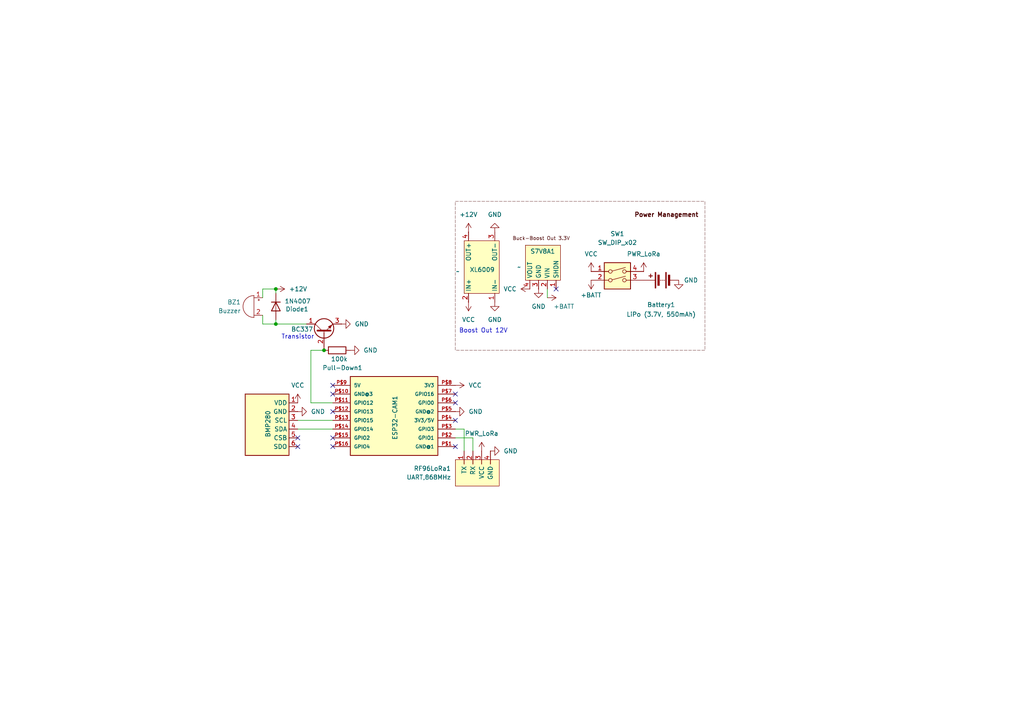
<source format=kicad_sch>
(kicad_sch (version 20231120) (generator "eeschema") (generator_version "8.0")
  (paper "A4")
  (title_block (title "Électronique Cansat ARDAN") (date "2025-06-01") (rev "1.0") (company "SCube"))
  (lib_symbols
    (symbol "Ardan_Symbols:ESP32-CAM" (pin_names (offset 1.016))
      (property "Reference" "ESP32-CAM" (at 0 22.86 0))
      (symbol "ESP32-CAM_0_0"
        (rectangle (start -12.7 12.7) (end 12.7 -10.16) (stroke (width 0.254)) (fill (type background)))
        (pin bidirectional line (at -17.78 10.16 0) (length 5.08) (name "GND@1") (number "P$1"))
        (pin bidirectional line (at 17.78 -5.08 180) (length 5.08) (name "GND@3") (number "P$10"))
        (pin bidirectional line (at 17.78 -2.54 180) (length 5.08) (name "GPIO12") (number "P$11"))
        (pin bidirectional line (at 17.78 0 180) (length 5.08) (name "GPIO13") (number "P$12"))
        (pin bidirectional line (at 17.78 2.54 180) (length 5.08) (name "GPIO15") (number "P$13"))
        (pin bidirectional line (at 17.78 5.08 180) (length 5.08) (name "GPIO14") (number "P$14"))
        (pin bidirectional line (at 17.78 7.62 180) (length 5.08) (name "GPIO2") (number "P$15"))
        (pin bidirectional line (at 17.78 10.16 180) (length 5.08) (name "GPIO4") (number "P$16"))
        (pin bidirectional line (at -17.78 7.62 0) (length 5.08) (name "GPIO1") (number "P$2"))
        (pin bidirectional line (at -17.78 5.08 0) (length 5.08) (name "GPIO3") (number "P$3"))
        (pin bidirectional line (at -17.78 2.54 0) (length 5.08) (name "3V3/5V") (number "P$4"))
        (pin bidirectional line (at -17.78 0 0) (length 5.08) (name "GND@2") (number "P$5"))
        (pin bidirectional line (at -17.78 -2.54 0) (length 5.08) (name "GPIO0") (number "P$6"))
        (pin bidirectional line (at -17.78 -5.08 0) (length 5.08) (name "GPIO16") (number "P$7"))
        (pin bidirectional line (at -17.78 -7.62 0) (length 5.08) (name "3V3") (number "P$8"))
        (pin bidirectional line (at 17.78 -7.62 180) (length 5.08) (name "5V") (number "P$9"))
      )
    )
    (symbol "Ardan_Symbols:GT134"
      (property "Reference" "XL6009" (at -0.762 3.81 90))
      (property "Value" "~" (at -1.27 -6.35 90))
      (symbol "GT134_1_1"
        (rectangle (start -7.62 5.08) (end 7.62 -5.08) (fill (type background)))
        (pin power_in line (at -10.16 3.81 0) (length 2.54) (name "IN-") (number "1"))
        (pin power_in line (at -10.16 -3.81 0) (length 2.54) (name "IN+") (number "2"))
        (pin power_out line (at 10.16 3.81 180) (length 2.54) (name "OUT-") (number "3"))
        (pin power_out line (at 10.16 -3.81 180) (length 2.54) (name "OUT+") (number "4"))
      )
    )
    (symbol "Ardan_Symbols:RF96_LoRa_868MHz"
      (property "Reference" "RF96LoRa1" (at -7.62 -1.2701 0))
      (property "Value" "UART,868MHz" (at -7.62 1.2699 0))
      (symbol "RF96_LoRa_868MHz_1_1"
        (rectangle (start -6.35 3.81) (end 6.35 -3.81) (fill (type background)))
        (pin output line (at -3.81 -6.35 90) (length 3.81) (name "TX") (number "1"))
        (pin input line (at -1.27 -6.35 90) (length 3.81) (name "RX") (number "2"))
        (pin input line (at 1.27 -6.35 90) (length 3.81) (name "VCC") (number "3"))
        (pin input line (at 3.81 -6.35 90) (length 3.81) (name "GND") (number "4"))
      )
    )
    (symbol "Ardan_Symbols:S7V8A"
      (property "Reference" "S7V8A1" (at -3.556 3.302 0))
      (property "Value" "~" (at 6.35 -1.27 0))
      (symbol "S7V8A_1_1"
        (rectangle (start -5.08 5.08) (end 5.08 -5.08) (fill (type background)))
        (pin input line (at -3.81 -7.62 90) (length 2.54) (name "SHDN") (number "1"))
        (pin power_in line (at -1.27 -7.62 90) (length 2.54) (name "VIN") (number "2"))
        (pin input line (at 1.27 -7.62 90) (length 2.54) (name "GND") (number "3"))
        (pin power_out line (at 3.81 -7.62 90) (length 2.54) (name "VOUT") (number "4"))
      )
    )
    (symbol "Device:Battery" (pin_numbers hide) (pin_names (offset 0) hide)
      (property "Reference" "BT" (at 2.54 2.54 0))
      (property "Value" "Battery" (at 2.54 0 0))
      (symbol "Battery_0_1"
        (rectangle (start -2.286 -1.27) (end 2.286 -1.524) (fill (type outline)))
        (rectangle (start -2.286 1.778) (end 2.286 1.524) (fill (type outline)))
        (rectangle (start -1.524 -2.032) (end 1.524 -2.54) (fill (type outline)))
        (rectangle (start -1.524 1.016) (end 1.524 0.508) (fill (type outline)))
        (polyline (pts (xy 0 -1.016) (xy 0 -0.762)))
        (polyline (pts (xy 0 -0.508) (xy 0 -0.254)))
        (polyline (pts (xy 0 0) (xy 0 0.254)))
        (polyline (pts (xy 0 1.778) (xy 0 2.54)))
        (polyline (pts (xy 0.762 3.048) (xy 1.778 3.048)) (stroke (width 0.254)))
        (polyline (pts (xy 1.27 3.556) (xy 1.27 2.54)) (stroke (width 0.254)))
      )
      (symbol "Battery_1_1"
        (pin passive line (at 0 5.08 270) (length 2.54) (name "+") (number "1"))
        (pin passive line (at 0 -5.08 90) (length 2.54) (name "-") (number "2"))
      )
    )
    (symbol "Device:Buzzer" (pin_names (offset 0.0254) hide)
      (property "Reference" "BZ" (at 3.81 1.27 0))
      (property "Value" "Buzzer" (at 3.81 -1.27 0))
      (symbol "Buzzer_0_1"
        (arc (start 0 -3.175) (mid 3.1612 0) (end 0 3.175))
        (polyline (pts (xy -1.651 1.905) (xy -1.143 1.905)))
        (polyline (pts (xy -1.397 2.159) (xy -1.397 1.651)))
        (polyline (pts (xy 0 3.175) (xy 0 -3.175)))
      )
      (symbol "Buzzer_1_1"
        (pin passive line (at -2.54 2.54 0) (length 2.54) (name "+") (number "1"))
        (pin passive line (at -2.54 -2.54 0) (length 2.54) (name "-") (number "2"))
      )
    )
    (symbol "Device:R" (pin_numbers hide) (pin_names (offset 0))
      (property "Reference" "R" (at 2.032 0 90))
      (property "Value" "R" (at 0 0 90))
      (symbol "R_0_1"
        (rectangle (start -1.016 -2.54) (end 1.016 2.54) (stroke (width 0.254)))
      )
      (symbol "R_1_1"
        (pin passive line (at 0 3.81 270) (length 1.27) (name "~") (number "1"))
        (pin passive line (at 0 -3.81 90) (length 1.27) (name "~") (number "2"))
      )
    )
    (symbol "Diode:1N4007" (pin_numbers hide) (pin_names hide)
      (property "Reference" "D" (at 0 2.54 0))
      (property "Value" "1N4007" (at 0 -2.54 0))
      (symbol "1N4007_0_1"
        (polyline (pts (xy -1.27 1.27) (xy -1.27 -1.27)) (stroke (width 0.254)))
        (polyline (pts (xy 1.27 0) (xy -1.27 0)))
        (polyline (pts (xy 1.27 1.27) (xy 1.27 -1.27) (xy -1.27 0) (xy 1.27 1.27)) (stroke (width 0.254)))
      )
      (symbol "1N4007_1_1"
        (pin passive line (at -3.81 0 0) (length 2.54) (name "K") (number "1"))
        (pin passive line (at 3.81 0 180) (length 2.54) (name "A") (number "2"))
      )
    )
    (symbol "Sensor_Pressure:BMP280"
      (property "Reference" "BMP280" (at 0.254 0.254 90))
      (symbol "BMP280_0_1"
        (rectangle (start -6.35 8.89) (end 6.35 -8.89) (stroke (width 0.254)) (fill (type background)))
      )
      (symbol "BMP280_1_1"
        (pin power_in line (at 8.89 6.35 180) (length 2.54) (name "VDD") (number "1"))
        (pin power_in line (at 8.89 3.81 180) (length 2.54) (name "GND") (number "2"))
        (pin input line (at 8.89 1.27 180) (length 2.54) (name "SCL") (number "3"))
        (pin bidirectional line (at 8.89 -1.27 180) (length 2.54) (name "SDA") (number "4"))
        (pin input line (at 8.89 -3.81 180) (length 2.54) (name "CSB") (number "5"))
        (pin bidirectional line (at 8.89 -6.35 180) (length 2.54) (name "SDO") (number "6"))
      )
    )
    (symbol "Switch:SW_DIP_x02" (pin_names (offset 0) hide)
      (property "Reference" "SW" (at 0 6.35 0))
      (property "Value" "SW_DIP_x02" (at 0 -3.81 0))
      (symbol "SW_DIP_x02_0_0"
        (circle (center -2.032 0) (radius 0.508))
        (circle (center -2.032 2.54) (radius 0.508))
        (polyline (pts (xy -1.524 0.127) (xy 2.3622 1.1684)))
        (polyline (pts (xy -1.524 2.667) (xy 2.3622 3.7084)))
        (circle (center 2.032 0) (radius 0.508))
        (circle (center 2.032 2.54) (radius 0.508))
      )
      (symbol "SW_DIP_x02_0_1"
        (rectangle (start -3.81 5.08) (end 3.81 -2.54) (stroke (width 0.254)) (fill (type background)))
      )
      (symbol "SW_DIP_x02_1_1"
        (pin passive line (at -7.62 2.54 0) (length 5.08) (name "~") (number "1"))
        (pin passive line (at -7.62 0 0) (length 5.08) (name "~") (number "2"))
        (pin passive line (at 7.62 0 180) (length 5.08) (name "~") (number "3"))
        (pin passive line (at 7.62 2.54 180) (length 5.08) (name "~") (number "4"))
      )
    )
    (symbol "Transistor_BJT:BC337" (pin_names (offset 0) hide)
      (property "Reference" "Q" (at 5.08 1.905 0))
      (property "Value" "BC337" (at 5.08 0 0))
      (symbol "BC337_0_1"
        (polyline (pts (xy 0 0) (xy 0.635 0)))
        (polyline (pts (xy 0.635 0.635) (xy 2.54 2.54)))
        (polyline (pts (xy 0.635 -0.635) (xy 2.54 -2.54) (xy 2.54 -2.54)))
        (polyline (pts (xy 0.635 1.905) (xy 0.635 -1.905) (xy 0.635 -1.905)) (stroke (width 0.508)))
        (polyline (pts (xy 1.27 -1.778) (xy 1.778 -1.27) (xy 2.286 -2.286) (xy 1.27 -1.778) (xy 1.27 -1.778)) (fill (type outline)))
        (circle (center 1.27 0) (radius 2.8194) (stroke (width 0.254)))
      )
      (symbol "BC337_1_1"
        (pin passive line (at 2.54 5.08 270) (length 2.54) (name "C") (number "1"))
        (pin input line (at -5.08 0 0) (length 5.08) (name "B") (number "2"))
        (pin passive line (at 2.54 -5.08 90) (length 2.54) (name "E") (number "3"))
      )
    )
    (symbol "power:+12V" (power) (pin_numbers hide) (pin_names (offset 0) hide)
      (property "Value" "+12V" (at 0 3.556 0))
      (symbol "+12V_0_1"
        (polyline (pts (xy -0.762 1.27) (xy 0 2.54)))
        (polyline (pts (xy 0 0) (xy 0 2.54)))
        (polyline (pts (xy 0 2.54) (xy 0.762 1.27)))
      )
      (symbol "+12V_1_1"
        (pin power_in line (at 0 0 90) (length 0) (name "~") (number "1"))
      )
    )
    (symbol "power:+BATT" (power) (pin_numbers hide) (pin_names (offset 0) hide)
      (property "Value" "+BATT" (at 0 3.556 0))
      (symbol "+BATT_0_1"
        (polyline (pts (xy -0.762 1.27) (xy 0 2.54)))
        (polyline (pts (xy 0 0) (xy 0 2.54)))
        (polyline (pts (xy 0 2.54) (xy 0.762 1.27)))
      )
      (symbol "+BATT_1_1"
        (pin power_in line (at 0 0 90) (length 0) (name "~") (number "1"))
      )
    )
    (symbol "power:GND" (power) (pin_numbers hide) (pin_names (offset 0) hide)
      (property "Value" "GND" (at 0 -3.81 0))
      (symbol "GND_0_1"
        (polyline (pts (xy 0 0) (xy 0 -1.27) (xy 1.27 -1.27) (xy 0 -2.54) (xy -1.27 -1.27) (xy 0 -1.27)))
      )
      (symbol "GND_1_1"
        (pin power_in line (at 0 0 270) (length 0) (name "~") (number "1"))
      )
    )
    (symbol "power:VCC" (power) (pin_numbers hide) (pin_names (offset 0) hide)
      (property "Value" "VCC" (at 0 3.556 0))
      (symbol "VCC_0_1"
        (polyline (pts (xy -0.762 1.27) (xy 0 2.54)))
        (polyline (pts (xy 0 0) (xy 0 2.54)))
        (polyline (pts (xy 0 2.54) (xy 0.762 1.27)))
      )
      (symbol "VCC_1_1"
        (pin power_in line (at 0 0 90) (length 0) (name "~") (number "1"))
      )
    )
  )
  (junction (at 80.01 93.98))
  (junction (at 80.01 83.82))
  (junction (at 93.98 101.6))
  (no_connect (at 86.36 127))
  (no_connect (at 86.36 129.54))
  (no_connect (at 96.52 119.38))
  (no_connect (at 132.08 114.3))
  (no_connect (at 96.52 127))
  (no_connect (at 96.52 114.3))
  (no_connect (at 132.08 116.84))
  (no_connect (at 96.52 129.54))
  (no_connect (at 132.08 129.54))
  (no_connect (at 132.08 121.92))
  (no_connect (at 161.29 83.82))
  (no_connect (at 96.52 111.76))
  (wire (pts (xy 158.75 83.82) (xy 158.75 86.36)))
  (wire (pts (xy 90.17 116.84) (xy 90.17 101.6)))
  (wire (pts (xy 76.2 83.82) (xy 80.01 83.82)))
  (wire (pts (xy 76.2 93.98) (xy 76.2 91.44)))
  (wire (pts (xy 90.17 101.6) (xy 93.98 101.6)))
  (wire (pts (xy 86.36 121.92) (xy 96.52 121.92)))
  (wire (pts (xy 76.2 83.82) (xy 76.2 86.36)))
  (wire (pts (xy 80.01 93.98) (xy 88.9 93.98)))
  (wire (pts (xy 80.01 92.71) (xy 80.01 93.98)))
  (wire (pts (xy 90.17 116.84) (xy 96.52 116.84)))
  (wire (pts (xy 86.36 124.46) (xy 96.52 124.46)))
  (wire (pts (xy 76.2 93.98) (xy 80.01 93.98)))
  (wire (pts (xy 134.62 130.81) (xy 134.62 124.46)))
  (wire (pts (xy 137.16 127) (xy 137.16 130.81)))
  (wire (pts (xy 80.01 83.82) (xy 80.01 85.09)))
  (wire (pts (xy 134.62 124.46) (xy 132.08 124.46)))
  (wire (pts (xy 137.16 127) (xy 132.08 127)))
  (rectangle (start 132.08 58.42) (end 204.47 101.6) (stroke (width 0.0762) (type dash) (color 72 0 0 1)))
  (text "Power Management" (at 193.294 62.484 0) (effects (font (size 1.27 1.27) (thickness 0.254) (bold yes))))
  (text "Buck-Boost Out 3.3V" (at 156.972 69.342 0) (effects (font (size 1.016 1.016) (thickness 0.127))))
  (text "Boost Out 12V" (at 140.208 96.012 0) (effects (font (size 1.27 1.27))))
  (text "Transistor\n" (at 86.36 97.79 0) (effects (font (size 1.27 1.27))))
  (symbol (lib_id "Device:Battery") (at 191.77 81.28 90) (unit 1)
    (property "Reference" "Battery1" (at 191.77 88.392 90))
    (property "Value" "LiPo (3.7V, 550mAh)" (at 191.77 91.186 90))
    (property "Footprint" "Connector_JST:JST_XH_B2B-XH-A_1x02_P2.50mm_Vertical" (effects (hide yes)))
    (property "Description" "Multiple-cell battery" (effects (hide yes)))
  )
  (symbol (lib_id "Device:Buzzer") (at 73.66 88.9 0) (mirror y) (unit 1)
    (property "Reference" "BZ1" (at 69.85 87.6299 0) (effects (justify left)))
    (property "Value" "Buzzer" (at 69.85 90.1699 0) (effects (justify left)))
    (property "Footprint" "Connector_JST:JST_XH_B2B-XH-A_1x02_P2.50mm_Vertical" (effects (hide yes)))
    (property "Description" "Buzzer, polarized" (effects (hide yes)))
  )
  (symbol (lib_id "Sensor_Pressure:BMP280") (at 77.47 123.19 0) (unit 1)
    (property "Reference" "BMP280" (at 77.724 122.936 90))
    (property "Value" "BMP280" (effects (hide yes)))
    (property "Footprint" "Footprints:BMP280" (effects (hide yes)))
    (property "Datasheet" "https://ae-bst.resource.bosch.com/media/_tech/media/datasheets/BST-BMP280-DS001.pdf" (effects (hide yes)))
    (property "Description" "Absolute Barometric Pressure Sensor, LGA-8" (effects (hide yes)))
  )
  (symbol (lib_id "power:VCC") (at 86.36 116.84 0) (unit 1)
    (property "Reference" "#PWR10" (effects (hide yes)))
    (property "Value" "VCC" (at 86.36 111.76 0))
    (property "Description" "Power symbol creates a global label with name \"VCC\"" (effects (hide yes)))
  )
  (symbol (lib_id "power:VCC") (at 139.7 130.81 0) (unit 1)
    (property "Reference" "#PWR20" (effects (hide yes)))
    (property "Value" "PWR_LoRa" (at 139.7 125.73 0))
  )
  (symbol (lib_id "Transistor_BJT:BC337") (at 93.98 96.52 90) (unit 1)
    (property "Reference" "Q1" (effects (hide yes)))
    (property "Value" "BC337" (at 87.63 95.504 90))
    (property "Footprint" "Package_TO_SOT_THT:TO-92_Inline" (effects (hide yes)))
    (property "Datasheet" "https://diotec.com/tl_files/diotec/files/pdf/datasheets/bc337.pdf" (effects (hide yes)))
    (property "Description" "0.8A Ic, 45V Vce, NPN Transistor, TO-92" (effects (hide yes)))
  )
  (symbol (lib_id "power:GND") (at 143.51 67.31 180) (unit 1)
    (property "Reference" "#PWR14" (effects (hide yes)))
    (property "Value" "GND" (at 143.51 62.23 0))
    (property "Description" "Power symbol creates a global label with name \"GND\" , ground" (effects (hide yes)))
  )
  (symbol (lib_id "power:+BATT") (at 171.45 81.28 180) (unit 1)
    (property "Reference" "#PWR17" (effects (hide yes)))
    (property "Value" "+BATT" (at 171.45 85.598 0))
    (property "Description" "Power symbol creates a global label with name \"+BATT\"" (effects (hide yes)))
  )
  (symbol (lib_id "power:+12V") (at 80.01 83.82 270) (unit 1)
    (property "Reference" "#PWR13" (effects (hide yes)))
    (property "Value" "+12V" (at 83.82 83.8199 90) (effects (justify left)))
    (property "Description" "Power symbol creates a global label with name \"+12V\"" (effects (hide yes)))
  )
  (symbol (lib_id "power:VCC") (at 135.89 87.63 180) (unit 1)
    (property "Reference" "#PWR8" (effects (hide yes)))
    (property "Value" "VCC" (at 135.89 92.71 0))
    (property "Description" "Power symbol creates a global label with name \"VCC\"" (effects (hide yes)))
  )
  (symbol (lib_id "Ardan_Symbols:S7V8A") (at 157.48 76.2 0) (mirror y) (unit 1)
    (property "Reference" "S7V8A1" (at 161.036 72.898 0) (effects (justify left)))
    (property "Value" "~" (at 151.13 77.47 0) (effects (justify left)))
    (property "Footprint" "Footprints:S7V8A1" (effects (hide yes)))
  )
  (symbol (lib_id "power:GND") (at 101.6 101.6 90) (unit 1)
    (property "Reference" "#PWR6" (effects (hide yes)))
    (property "Value" "GND" (at 105.41 101.5999 90) (effects (justify right)))
    (property "Description" "Power symbol creates a global label with name \"GND\" , ground" (effects (hide yes)))
  )
  (symbol (lib_id "power:VCC") (at 171.45 78.74 0) (unit 1)
    (property "Reference" "#PWR19" (effects (hide yes)))
    (property "Value" "VCC" (at 171.45 73.66 0))
    (property "Description" "Power symbol creates a global label with name \"VCC\"" (effects (hide yes)))
  )
  (symbol (lib_id "power:VCC") (at 153.67 83.82 90) (unit 1)
    (property "Reference" "#PWR7" (effects (hide yes)))
    (property "Value" "VCC" (at 149.86 83.8199 90) (effects (justify left)))
    (property "Description" "Power symbol creates a global label with name \"VCC\"" (effects (hide yes)))
  )
  (symbol (lib_id "power:GND") (at 142.24 130.81 90) (unit 1)
    (property "Reference" "#PWR3" (effects (hide yes)))
    (property "Value" "GND" (at 146.05 130.8099 90) (effects (justify right)))
    (property "Description" "Power symbol creates a global label with name \"GND\" , ground" (effects (hide yes)))
  )
  (symbol (lib_id "power:GND") (at 156.21 83.82 0) (unit 1)
    (property "Reference" "#PWR1" (effects (hide yes)))
    (property "Value" "GND" (at 156.21 88.9 0))
    (property "Description" "Power symbol creates a global label with name \"GND\" , ground" (effects (hide yes)))
  )
  (symbol (lib_id "Switch:SW_DIP_x02") (at 179.07 81.28 0) (unit 1)
    (property "Reference" "SW1" (at 179.07 67.818 0))
    (property "Value" "SW_DIP_x02" (at 179.07 70.358 0))
    (property "Footprint" "Connector_JST:JST_XH_B4B-XH-A_1x04_P2.50mm_Vertical" (effects (hide yes)))
    (property "Description" "2x DIP Switch, Single Pole Single Throw (SPST) switch, small symbol" (effects (hide yes)))
  )
  (symbol (lib_id "power:+BATT") (at 158.75 86.36 270) (unit 1)
    (property "Reference" "#PWR18" (effects (hide yes)))
    (property "Value" "+BATT" (at 160.528 88.9 90) (effects (justify left)))
    (property "Description" "Power symbol creates a global label with name \"+BATT\"" (effects (hide yes)))
  )
  (symbol (lib_id "Device:R") (at 97.79 101.6 90) (unit 1)
    (property "Reference" "Pull-Down1" (at 105.156 106.68 90) (effects (justify left)))
    (property "Value" "100k" (at 100.838 104.14 90) (effects (justify left)))
    (property "Footprint" "Resistor_THT:R_Axial_DIN0309_L9.0mm_D3.2mm_P12.70mm_Horizontal" (effects (hide yes)))
    (property "Description" "Resistor" (effects (hide yes)))
  )
  (symbol (lib_id "Ardan_Symbols:GT134") (at 139.7 77.47 270) (mirror x) (unit 1)
    (property "Reference" "XL6009" (at 143.51 78.232 90) (effects (justify right)))
    (property "Value" "~" (at 133.35 78.74 90) (effects (justify right)))
    (property "Footprint" "Footprints:XL6009" (effects (hide yes)))
  )
  (symbol (lib_id "power:GND") (at 196.85 81.28 0) (unit 1)
    (property "Reference" "#PWR16" (effects (hide yes)))
    (property "Value" "GND" (at 200.406 81.28 0))
    (property "Description" "Power symbol creates a global label with name \"GND\" , ground" (effects (hide yes)))
  )
  (symbol (lib_id "power:GND") (at 132.08 119.38 90) (unit 1)
    (property "Reference" "#PWR2" (effects (hide yes)))
    (property "Value" "GND" (at 135.89 119.3799 90) (effects (justify right)))
    (property "Description" "Power symbol creates a global label with name \"GND\" , ground" (effects (hide yes)))
  )
  (symbol (lib_id "Ardan_Symbols:ESP32-CAM") (at 114.3 119.38 180) (unit 1)
    (property "Reference" "ESP32-CAM1" (at 114.554 121.158 90))
    (property "Value" "ESP32-CAM" (effects (hide yes)))
    (property "Footprint" "Footprints:ESP32-CAM" (effects (hide yes)))
    (property "MF" "AI-Thinker" (effects (hide yes)))
    (property "Description_1" "\n                        \n                            ESP32 ESP32 Transceiver; 802.11 a/b/g/n (Wi-Fi, WiFi, WLAN), Bluetooth® Smart 4.x Low Energy (BLE) Evaluation Board\n                        \n" (effects (hide yes)))
    (property "Package" "None" (effects (hide yes)))
    (property "Price" "None" (effects (hide yes)))
    (property "SnapEDA_Link" "https://www.snapeda.com/parts/ESP32-CAM/AI-Thinker/view-part/?ref=snap" (effects (hide yes)))
    (property "MP" "ESP32-CAM" (effects (hide yes)))
    (property "Check_prices" "https://www.snapeda.com/parts/ESP32-CAM/AI-Thinker/view-part/?ref=eda" (effects (hide yes)))
  )
  (symbol (lib_id "Diode:1N4007") (at 80.01 88.9 90) (mirror x) (unit 1)
    (property "Reference" "Diode1" (at 82.804 89.662 90) (effects (justify right)))
    (property "Value" "1N4007" (at 82.55 87.376 90) (effects (justify right)))
    (property "Footprint" "Diode_THT:D_DO-41_SOD81_P10.16mm_Horizontal" (effects (hide yes)))
    (property "Datasheet" "http://www.vishay.com/docs/88503/1n4001.pdf" (effects (hide yes)))
    (property "Description" "1000V 1A General Purpose Rectifier Diode, DO-41" (effects (hide yes)))
    (property "Sim.Device" "D" (effects (hide yes)))
    (property "Sim.Pins" "1=K 2=A" (effects (hide yes)))
  )
  (symbol (lib_id "power:GND") (at 99.06 93.98 90) (unit 1)
    (property "Reference" "#PWR15" (effects (hide yes)))
    (property "Value" "GND" (at 102.87 93.9799 90) (effects (justify right)))
    (property "Description" "Power symbol creates a global label with name \"GND\" , ground" (effects (hide yes)))
  )
  (symbol (lib_id "power:GND") (at 143.51 87.63 0) (unit 1)
    (property "Reference" "#PWR5" (effects (hide yes)))
    (property "Value" "GND" (at 143.51 92.71 0))
    (property "Description" "Power symbol creates a global label with name \"GND\" , ground" (effects (hide yes)))
  )
  (symbol (lib_id "power:GND") (at 86.36 119.38 90) (unit 1)
    (property "Reference" "#PWR4" (effects (hide yes)))
    (property "Value" "GND" (at 90.17 119.3799 90) (effects (justify right)))
    (property "Description" "Power symbol creates a global label with name \"GND\" , ground" (effects (hide yes)))
  )
  (symbol (lib_id "Ardan_Symbols:RF96_LoRa_868MHz") (at 138.43 137.16 0) (mirror x) (unit 1)
    (property "Reference" "RF96LoRa1" (at 130.81 135.8899 0) (effects (justify right)))
    (property "Value" "UART,868MHz" (at 130.81 138.4299 0) (effects (justify right)))
    (property "Footprint" "Connector_JST:JST_XH_B4B-XH-A_1x04_P2.50mm_Vertical" (effects (hide yes)))
  )
  (symbol (lib_id "power:+12V") (at 135.89 67.31 0) (unit 1)
    (property "Reference" "#PWR12" (effects (hide yes)))
    (property "Value" "+12V" (at 135.89 62.23 0))
    (property "Description" "Power symbol creates a global label with name \"+12V\"" (effects (hide yes)))
  )
  (symbol (lib_id "power:VCC") (at 186.69 78.74 0) (unit 1)
    (property "Reference" "#PWR11" (effects (hide yes)))
    (property "Value" "PWR_LoRa" (at 186.69 73.66 0))
  )
  (symbol (lib_id "power:VCC") (at 132.08 111.76 270) (unit 1)
    (property "Reference" "#PWR9" (effects (hide yes)))
    (property "Value" "VCC" (at 135.89 111.7599 90) (effects (justify left)))
    (property "Description" "Power symbol creates a global label with name \"VCC\"" (effects (hide yes)))
  )
)
</source>
